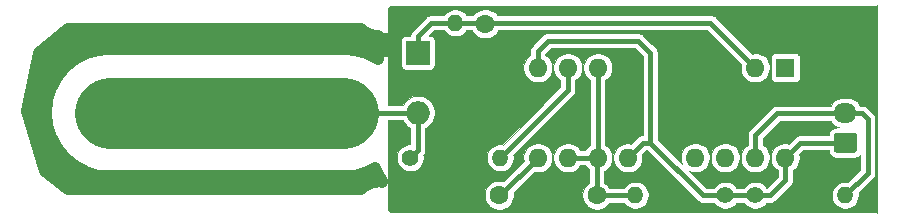
<source format=gbr>
%TF.GenerationSoftware,KiCad,Pcbnew,(5.1.5)-3*%
%TF.CreationDate,2021-04-08T11:55:14+01:00*%
%TF.ProjectId,KiCadSoil3,4b694361-6453-46f6-996c-332e6b696361,1.0*%
%TF.SameCoordinates,PX1d11680PY3072580*%
%TF.FileFunction,Copper,L2,Bot*%
%TF.FilePolarity,Positive*%
%FSLAX46Y46*%
G04 Gerber Fmt 4.6, Leading zero omitted, Abs format (unit mm)*
G04 Created by KiCad (PCBNEW (5.1.5)-3) date 2021-04-08 11:55:14*
%MOMM*%
%LPD*%
G04 APERTURE LIST*
%ADD10O,1.400000X1.400000*%
%ADD11C,1.400000*%
%ADD12O,2.000000X2.000000*%
%ADD13R,2.000000X2.000000*%
%ADD14C,1.600000*%
%ADD15O,1.600000X1.600000*%
%ADD16R,1.600000X1.600000*%
%ADD17O,1.950000X1.700000*%
%ADD18C,0.100000*%
%ADD19C,2.000000*%
%ADD20C,0.400000*%
%ADD21C,0.420000*%
%ADD22C,6.000000*%
%ADD23C,0.030000*%
%ADD24C,1.000000*%
G04 APERTURE END LIST*
D10*
X71755000Y1905000D03*
D11*
X64135000Y1905000D03*
D12*
X35560000Y8890000D03*
D13*
X35560000Y13970000D03*
D14*
X50720000Y1905000D03*
X45720000Y1905000D03*
D15*
X66675000Y5080000D03*
X59055000Y12700000D03*
X64135000Y5080000D03*
X61595000Y12700000D03*
X61595000Y5080000D03*
X64135000Y12700000D03*
X59055000Y5080000D03*
D16*
X66675000Y12700000D03*
D15*
X53340000Y5080000D03*
X45720000Y12700000D03*
X50800000Y5080000D03*
X48260000Y12700000D03*
X48260000Y5080000D03*
X50800000Y12700000D03*
X45720000Y5080000D03*
D16*
X53340000Y12700000D03*
D11*
X34925000Y5080000D03*
D10*
X42545000Y5080000D03*
D14*
X42465000Y1905000D03*
X37465000Y1905000D03*
D10*
X53975000Y1905000D03*
D11*
X61595000Y1905000D03*
D10*
X38735000Y16510000D03*
D11*
X38735000Y8890000D03*
D14*
X41275000Y16430000D03*
X41275000Y11430000D03*
D17*
X71755000Y11350000D03*
X71755000Y8850000D03*
%TA.AperFunction,ComponentPad*%
D18*
G36*
X72504504Y7198796D02*
G01*
X72528773Y7195196D01*
X72552571Y7189235D01*
X72575671Y7180970D01*
X72597849Y7170480D01*
X72618893Y7157867D01*
X72638598Y7143253D01*
X72656777Y7126777D01*
X72673253Y7108598D01*
X72687867Y7088893D01*
X72700480Y7067849D01*
X72710970Y7045671D01*
X72719235Y7022571D01*
X72725196Y6998773D01*
X72728796Y6974504D01*
X72730000Y6950000D01*
X72730000Y5750000D01*
X72728796Y5725496D01*
X72725196Y5701227D01*
X72719235Y5677429D01*
X72710970Y5654329D01*
X72700480Y5632151D01*
X72687867Y5611107D01*
X72673253Y5591402D01*
X72656777Y5573223D01*
X72638598Y5556747D01*
X72618893Y5542133D01*
X72597849Y5529520D01*
X72575671Y5519030D01*
X72552571Y5510765D01*
X72528773Y5504804D01*
X72504504Y5501204D01*
X72480000Y5500000D01*
X71030000Y5500000D01*
X71005496Y5501204D01*
X70981227Y5504804D01*
X70957429Y5510765D01*
X70934329Y5519030D01*
X70912151Y5529520D01*
X70891107Y5542133D01*
X70871402Y5556747D01*
X70853223Y5573223D01*
X70836747Y5591402D01*
X70822133Y5611107D01*
X70809520Y5632151D01*
X70799030Y5654329D01*
X70790765Y5677429D01*
X70784804Y5701227D01*
X70781204Y5725496D01*
X70780000Y5750000D01*
X70780000Y6950000D01*
X70781204Y6974504D01*
X70784804Y6998773D01*
X70790765Y7022571D01*
X70799030Y7045671D01*
X70809520Y7067849D01*
X70822133Y7088893D01*
X70836747Y7108598D01*
X70853223Y7126777D01*
X70871402Y7143253D01*
X70891107Y7157867D01*
X70912151Y7170480D01*
X70934329Y7180970D01*
X70957429Y7189235D01*
X70981227Y7195196D01*
X71005496Y7198796D01*
X71030000Y7200000D01*
X72480000Y7200000D01*
X72504504Y7198796D01*
G37*
%TD.AperFunction*%
D19*
X33020000Y14605000D02*
X32385000Y14605000D01*
D20*
X65405000Y1905000D02*
X61595000Y1905000D01*
X61595000Y1905000D02*
X59690000Y1905000D01*
X66675000Y3175000D02*
X65405000Y1905000D01*
X66675000Y5080000D02*
X66675000Y3175000D01*
X67945000Y6350000D02*
X71755000Y6350000D01*
X67945000Y6350000D02*
X66675000Y5080000D01*
X59690000Y1905000D02*
X55245000Y6350000D01*
X55245000Y6350000D02*
X55245000Y13941019D01*
X55245000Y13941019D02*
X54194026Y14991993D01*
X55245000Y6350000D02*
X54610000Y6350000D01*
X54610000Y6350000D02*
X53340000Y5080000D01*
X54194026Y14991993D02*
X46574026Y14991993D01*
X46574026Y14991993D02*
X45720000Y14137967D01*
X45720000Y14137967D02*
X45720000Y12700000D01*
X71755000Y8850000D02*
X66000000Y8850000D01*
X64135000Y6985000D02*
X64135000Y5080000D01*
X66000000Y8850000D02*
X64135000Y6985000D01*
D21*
X73150000Y8850000D02*
X73660000Y8340000D01*
X71755000Y8850000D02*
X73150000Y8850000D01*
X73660000Y3810000D02*
X71755000Y1905000D01*
X73660000Y8340000D02*
X73660000Y3810000D01*
D20*
X48260000Y10795000D02*
X42545000Y5080000D01*
X48260000Y12700000D02*
X48260000Y10795000D01*
X64135000Y12700000D02*
X60325000Y16510000D01*
X60325000Y16510000D02*
X41275000Y16510000D01*
X37745051Y16510000D02*
X38735000Y16510000D01*
X35560000Y15370000D02*
X36700000Y16510000D01*
X35560000Y13970000D02*
X35560000Y15370000D01*
X41195000Y16510000D02*
X41275000Y16430000D01*
X38735000Y16510000D02*
X41195000Y16510000D01*
X36700000Y16510000D02*
X37745051Y16510000D01*
X42545000Y1905000D02*
X42465000Y1905000D01*
X45720000Y5080000D02*
X42545000Y1905000D01*
X45714990Y5074990D02*
X45714990Y5080000D01*
X53975000Y1905000D02*
X50720000Y1905000D01*
X50720000Y1905000D02*
X50720000Y5000000D01*
X50800000Y12700000D02*
X50800000Y11568630D01*
X48815000Y5000000D02*
X48895000Y5080000D01*
X50800000Y5080000D02*
X48260000Y5080000D01*
X50720000Y5000000D02*
X50800000Y5080000D01*
X50800000Y11568630D02*
X50800000Y5080000D01*
X35560000Y5715000D02*
X34925000Y5080000D01*
X35560000Y8890000D02*
X35560000Y5715000D01*
X35560000Y8890000D02*
X33020000Y8890000D01*
D22*
X9520000Y8890000D02*
X29210000Y8890000D01*
D21*
X33020000Y8890000D02*
X29210000Y8890000D01*
D23*
G36*
X74470000Y427612D02*
G01*
X74385176Y453343D01*
X74317590Y460000D01*
X33210538Y460000D01*
X33035000Y635538D01*
X33035000Y2026637D01*
X41230000Y2026637D01*
X41230000Y1783363D01*
X41277460Y1544764D01*
X41370557Y1320008D01*
X41505713Y1117733D01*
X41677733Y945713D01*
X41880008Y810557D01*
X42104764Y717460D01*
X42343363Y670000D01*
X42586637Y670000D01*
X42825236Y717460D01*
X43049992Y810557D01*
X43252267Y945713D01*
X43424287Y1117733D01*
X43559443Y1320008D01*
X43652540Y1544764D01*
X43700000Y1783363D01*
X43700000Y2026637D01*
X43677546Y2139522D01*
X45418751Y3880727D01*
X45598363Y3845000D01*
X45841637Y3845000D01*
X46080236Y3892460D01*
X46304992Y3985557D01*
X46507267Y4120713D01*
X46679287Y4292733D01*
X46814443Y4495008D01*
X46907540Y4719764D01*
X46955000Y4958363D01*
X46955000Y5201637D01*
X47025000Y5201637D01*
X47025000Y4958363D01*
X47072460Y4719764D01*
X47165557Y4495008D01*
X47300713Y4292733D01*
X47472733Y4120713D01*
X47675008Y3985557D01*
X47899764Y3892460D01*
X48138363Y3845000D01*
X48381637Y3845000D01*
X48620236Y3892460D01*
X48844992Y3985557D01*
X49047267Y4120713D01*
X49219287Y4292733D01*
X49321029Y4445000D01*
X49738971Y4445000D01*
X49840713Y4292733D01*
X50012733Y4120713D01*
X50085001Y4072425D01*
X50085000Y2966029D01*
X49932733Y2864287D01*
X49760713Y2692267D01*
X49625557Y2489992D01*
X49532460Y2265236D01*
X49485000Y2026637D01*
X49485000Y1783363D01*
X49532460Y1544764D01*
X49625557Y1320008D01*
X49760713Y1117733D01*
X49932733Y945713D01*
X50135008Y810557D01*
X50359764Y717460D01*
X50598363Y670000D01*
X50841637Y670000D01*
X51080236Y717460D01*
X51304992Y810557D01*
X51507267Y945713D01*
X51679287Y1117733D01*
X51781029Y1270000D01*
X53034241Y1270000D01*
X53093388Y1181480D01*
X53251480Y1023388D01*
X53437376Y899176D01*
X53643933Y813617D01*
X53863212Y770000D01*
X54086788Y770000D01*
X54306067Y813617D01*
X54512624Y899176D01*
X54698520Y1023388D01*
X54856612Y1181480D01*
X54980824Y1367376D01*
X55066383Y1573933D01*
X55110000Y1793212D01*
X55110000Y2016788D01*
X55066383Y2236067D01*
X54980824Y2442624D01*
X54856612Y2628520D01*
X54698520Y2786612D01*
X54512624Y2910824D01*
X54306067Y2996383D01*
X54086788Y3040000D01*
X53863212Y3040000D01*
X53643933Y2996383D01*
X53437376Y2910824D01*
X53251480Y2786612D01*
X53093388Y2628520D01*
X53034241Y2540000D01*
X51781029Y2540000D01*
X51679287Y2692267D01*
X51507267Y2864287D01*
X51355000Y2966029D01*
X51355000Y3973134D01*
X51384992Y3985557D01*
X51587267Y4120713D01*
X51759287Y4292733D01*
X51894443Y4495008D01*
X51987540Y4719764D01*
X52035000Y4958363D01*
X52035000Y5201637D01*
X51987540Y5440236D01*
X51894443Y5664992D01*
X51759287Y5867267D01*
X51587267Y6039287D01*
X51435000Y6141029D01*
X51435000Y11638971D01*
X51587267Y11740713D01*
X51759287Y11912733D01*
X51894443Y12115008D01*
X51987540Y12339764D01*
X52035000Y12578363D01*
X52035000Y12821637D01*
X51987540Y13060236D01*
X51894443Y13284992D01*
X51759287Y13487267D01*
X51587267Y13659287D01*
X51384992Y13794443D01*
X51160236Y13887540D01*
X50921637Y13935000D01*
X50678363Y13935000D01*
X50439764Y13887540D01*
X50215008Y13794443D01*
X50012733Y13659287D01*
X49840713Y13487267D01*
X49705557Y13284992D01*
X49612460Y13060236D01*
X49565000Y12821637D01*
X49565000Y12578363D01*
X49612460Y12339764D01*
X49705557Y12115008D01*
X49840713Y11912733D01*
X50012733Y11740713D01*
X50165001Y11638971D01*
X50165001Y11599831D01*
X50165000Y11599821D01*
X50165001Y6141029D01*
X50012733Y6039287D01*
X49840713Y5867267D01*
X49738971Y5715000D01*
X49321029Y5715000D01*
X49219287Y5867267D01*
X49047267Y6039287D01*
X48844992Y6174443D01*
X48620236Y6267540D01*
X48381637Y6315000D01*
X48138363Y6315000D01*
X47899764Y6267540D01*
X47675008Y6174443D01*
X47472733Y6039287D01*
X47300713Y5867267D01*
X47165557Y5664992D01*
X47072460Y5440236D01*
X47025000Y5201637D01*
X46955000Y5201637D01*
X46907540Y5440236D01*
X46814443Y5664992D01*
X46679287Y5867267D01*
X46507267Y6039287D01*
X46304992Y6174443D01*
X46080236Y6267540D01*
X45841637Y6315000D01*
X45598363Y6315000D01*
X45359764Y6267540D01*
X45135008Y6174443D01*
X44932733Y6039287D01*
X44760713Y5867267D01*
X44625557Y5664992D01*
X44532460Y5440236D01*
X44485000Y5201637D01*
X44485000Y4958363D01*
X44520727Y4778751D01*
X42831798Y3089822D01*
X42825236Y3092540D01*
X42586637Y3140000D01*
X42343363Y3140000D01*
X42104764Y3092540D01*
X41880008Y2999443D01*
X41677733Y2864287D01*
X41505713Y2692267D01*
X41370557Y2489992D01*
X41277460Y2265236D01*
X41230000Y2026637D01*
X33035000Y2026637D01*
X33035000Y8245000D01*
X33051679Y8245000D01*
X33146442Y8254333D01*
X33148641Y8255000D01*
X34269793Y8255000D01*
X34288320Y8210273D01*
X34445363Y7975241D01*
X34645241Y7775363D01*
X34880273Y7618320D01*
X34925000Y7599793D01*
X34925001Y6215000D01*
X34813212Y6215000D01*
X34593933Y6171383D01*
X34387376Y6085824D01*
X34201480Y5961612D01*
X34043388Y5803520D01*
X33919176Y5617624D01*
X33833617Y5411067D01*
X33790000Y5191788D01*
X33790000Y4968212D01*
X33833617Y4748933D01*
X33919176Y4542376D01*
X34043388Y4356480D01*
X34201480Y4198388D01*
X34387376Y4074176D01*
X34593933Y3988617D01*
X34813212Y3945000D01*
X35036788Y3945000D01*
X35256067Y3988617D01*
X35462624Y4074176D01*
X35648520Y4198388D01*
X35806612Y4356480D01*
X35930824Y4542376D01*
X36016383Y4748933D01*
X36060000Y4968212D01*
X36060000Y5191788D01*
X41410000Y5191788D01*
X41410000Y4968212D01*
X41453617Y4748933D01*
X41539176Y4542376D01*
X41663388Y4356480D01*
X41821480Y4198388D01*
X42007376Y4074176D01*
X42213933Y3988617D01*
X42433212Y3945000D01*
X42656788Y3945000D01*
X42876067Y3988617D01*
X43082624Y4074176D01*
X43268520Y4198388D01*
X43426612Y4356480D01*
X43550824Y4542376D01*
X43636383Y4748933D01*
X43680000Y4968212D01*
X43680000Y5191788D01*
X43659230Y5296206D01*
X48686961Y10323935D01*
X48711185Y10343815D01*
X48731065Y10368039D01*
X48731069Y10368043D01*
X48790538Y10440506D01*
X48849502Y10550820D01*
X48885812Y10670518D01*
X48895000Y10763808D01*
X48895000Y10763811D01*
X48898072Y10795000D01*
X48895000Y10826189D01*
X48895000Y11638971D01*
X49047267Y11740713D01*
X49219287Y11912733D01*
X49354443Y12115008D01*
X49447540Y12339764D01*
X49495000Y12578363D01*
X49495000Y12821637D01*
X49447540Y13060236D01*
X49354443Y13284992D01*
X49219287Y13487267D01*
X49047267Y13659287D01*
X48844992Y13794443D01*
X48620236Y13887540D01*
X48381637Y13935000D01*
X48138363Y13935000D01*
X47899764Y13887540D01*
X47675008Y13794443D01*
X47472733Y13659287D01*
X47300713Y13487267D01*
X47165557Y13284992D01*
X47072460Y13060236D01*
X47025000Y12821637D01*
X47025000Y12578363D01*
X47072460Y12339764D01*
X47165557Y12115008D01*
X47300713Y11912733D01*
X47472733Y11740713D01*
X47625001Y11638971D01*
X47625001Y11058027D01*
X42761206Y6194230D01*
X42656788Y6215000D01*
X42433212Y6215000D01*
X42213933Y6171383D01*
X42007376Y6085824D01*
X41821480Y5961612D01*
X41663388Y5803520D01*
X41539176Y5617624D01*
X41453617Y5411067D01*
X41410000Y5191788D01*
X36060000Y5191788D01*
X36038945Y5297640D01*
X36090538Y5360506D01*
X36149502Y5470820D01*
X36154427Y5487057D01*
X36185812Y5590518D01*
X36195000Y5683808D01*
X36195000Y5683811D01*
X36198072Y5715000D01*
X36195000Y5746189D01*
X36195000Y7599793D01*
X36239727Y7618320D01*
X36474759Y7775363D01*
X36674637Y7975241D01*
X36831680Y8210273D01*
X36939853Y8471426D01*
X36995000Y8748665D01*
X36995000Y9031335D01*
X36939853Y9308574D01*
X36831680Y9569727D01*
X36674637Y9804759D01*
X36474759Y10004637D01*
X36239727Y10161680D01*
X35978574Y10269853D01*
X35701335Y10325000D01*
X35418665Y10325000D01*
X35141426Y10269853D01*
X34880273Y10161680D01*
X34645241Y10004637D01*
X34445363Y9804759D01*
X34288320Y9569727D01*
X34269793Y9525000D01*
X33148641Y9525000D01*
X33146442Y9525667D01*
X33051679Y9535000D01*
X33035000Y9535000D01*
X33035000Y14970000D01*
X34122896Y14970000D01*
X34122896Y12970000D01*
X34131295Y12884725D01*
X34156169Y12802728D01*
X34196561Y12727158D01*
X34250921Y12660921D01*
X34317158Y12606561D01*
X34392728Y12566169D01*
X34474725Y12541295D01*
X34560000Y12532896D01*
X36560000Y12532896D01*
X36645275Y12541295D01*
X36727272Y12566169D01*
X36802842Y12606561D01*
X36869079Y12660921D01*
X36923439Y12727158D01*
X36963831Y12802728D01*
X36969567Y12821637D01*
X44485000Y12821637D01*
X44485000Y12578363D01*
X44532460Y12339764D01*
X44625557Y12115008D01*
X44760713Y11912733D01*
X44932733Y11740713D01*
X45135008Y11605557D01*
X45359764Y11512460D01*
X45598363Y11465000D01*
X45841637Y11465000D01*
X46080236Y11512460D01*
X46304992Y11605557D01*
X46507267Y11740713D01*
X46679287Y11912733D01*
X46814443Y12115008D01*
X46907540Y12339764D01*
X46955000Y12578363D01*
X46955000Y12821637D01*
X46907540Y13060236D01*
X46814443Y13284992D01*
X46679287Y13487267D01*
X46507267Y13659287D01*
X46355000Y13761029D01*
X46355000Y13874943D01*
X46837051Y14356993D01*
X53931002Y14356993D01*
X54610001Y13677992D01*
X54610000Y6988071D01*
X54609999Y6988071D01*
X54578818Y6985000D01*
X54578808Y6985000D01*
X54485518Y6975812D01*
X54365820Y6939502D01*
X54255505Y6880537D01*
X54204373Y6838574D01*
X54158815Y6801185D01*
X54138930Y6776955D01*
X53641249Y6279273D01*
X53461637Y6315000D01*
X53218363Y6315000D01*
X52979764Y6267540D01*
X52755008Y6174443D01*
X52552733Y6039287D01*
X52380713Y5867267D01*
X52245557Y5664992D01*
X52152460Y5440236D01*
X52105000Y5201637D01*
X52105000Y4958363D01*
X52152460Y4719764D01*
X52245557Y4495008D01*
X52380713Y4292733D01*
X52552733Y4120713D01*
X52755008Y3985557D01*
X52979764Y3892460D01*
X53218363Y3845000D01*
X53461637Y3845000D01*
X53700236Y3892460D01*
X53924992Y3985557D01*
X54127267Y4120713D01*
X54299287Y4292733D01*
X54434443Y4495008D01*
X54527540Y4719764D01*
X54575000Y4958363D01*
X54575000Y5201637D01*
X54539273Y5381249D01*
X54873025Y5715000D01*
X54981976Y5715000D01*
X59218930Y1478045D01*
X59238815Y1453815D01*
X59263043Y1433932D01*
X59335505Y1374463D01*
X59373931Y1353924D01*
X59445820Y1315498D01*
X59565518Y1279188D01*
X59658808Y1270000D01*
X59658818Y1270000D01*
X59689999Y1266929D01*
X59721180Y1270000D01*
X60654241Y1270000D01*
X60713388Y1181480D01*
X60871480Y1023388D01*
X61057376Y899176D01*
X61263933Y813617D01*
X61483212Y770000D01*
X61706788Y770000D01*
X61926067Y813617D01*
X62132624Y899176D01*
X62318520Y1023388D01*
X62476612Y1181480D01*
X62535759Y1270000D01*
X63194241Y1270000D01*
X63253388Y1181480D01*
X63411480Y1023388D01*
X63597376Y899176D01*
X63803933Y813617D01*
X64023212Y770000D01*
X64246788Y770000D01*
X64466067Y813617D01*
X64672624Y899176D01*
X64858520Y1023388D01*
X65016612Y1181480D01*
X65075759Y1270000D01*
X65373819Y1270000D01*
X65405000Y1266929D01*
X65436181Y1270000D01*
X65436192Y1270000D01*
X65529482Y1279188D01*
X65649180Y1315498D01*
X65759494Y1374463D01*
X65856185Y1453815D01*
X65876074Y1478050D01*
X67101955Y2703930D01*
X67126185Y2723815D01*
X67177721Y2786612D01*
X67205537Y2820505D01*
X67264502Y2930820D01*
X67284390Y2996383D01*
X67300812Y3050518D01*
X67310000Y3143808D01*
X67310000Y3143818D01*
X67313071Y3174999D01*
X67310000Y3206180D01*
X67310000Y4018971D01*
X67462267Y4120713D01*
X67634287Y4292733D01*
X67769443Y4495008D01*
X67862540Y4719764D01*
X67910000Y4958363D01*
X67910000Y5201637D01*
X67874273Y5381249D01*
X68208025Y5715000D01*
X70346343Y5715000D01*
X70356099Y5615953D01*
X70395199Y5487057D01*
X70458694Y5368265D01*
X70544144Y5264144D01*
X70648265Y5178694D01*
X70767057Y5115199D01*
X70895953Y5076099D01*
X71030000Y5062896D01*
X72480000Y5062896D01*
X72614047Y5076099D01*
X72742943Y5115199D01*
X72861735Y5178694D01*
X72965856Y5264144D01*
X73015001Y5324027D01*
X73015001Y4077169D01*
X71959409Y3021577D01*
X71866788Y3040000D01*
X71643212Y3040000D01*
X71423933Y2996383D01*
X71217376Y2910824D01*
X71031480Y2786612D01*
X70873388Y2628520D01*
X70749176Y2442624D01*
X70663617Y2236067D01*
X70620000Y2016788D01*
X70620000Y1793212D01*
X70663617Y1573933D01*
X70749176Y1367376D01*
X70873388Y1181480D01*
X71031480Y1023388D01*
X71217376Y899176D01*
X71423933Y813617D01*
X71643212Y770000D01*
X71866788Y770000D01*
X72086067Y813617D01*
X72292624Y899176D01*
X72478520Y1023388D01*
X72636612Y1181480D01*
X72760824Y1367376D01*
X72846383Y1573933D01*
X72890000Y1793212D01*
X72890000Y2016788D01*
X72871577Y2109409D01*
X74093686Y3331518D01*
X74118290Y3351710D01*
X74138484Y3376316D01*
X74198892Y3449923D01*
X74258785Y3561975D01*
X74295667Y3683558D01*
X74305000Y3778321D01*
X74305000Y3778324D01*
X74308120Y3810000D01*
X74305000Y3841676D01*
X74305000Y8308331D01*
X74308119Y8340000D01*
X74305000Y8371669D01*
X74305000Y8371679D01*
X74295667Y8466442D01*
X74258785Y8588025D01*
X74198893Y8700075D01*
X74198892Y8700077D01*
X74138484Y8773684D01*
X74138482Y8773686D01*
X74118290Y8798290D01*
X74093687Y8818481D01*
X73628486Y9283681D01*
X73608290Y9308290D01*
X73510076Y9388892D01*
X73398025Y9448785D01*
X73276442Y9485667D01*
X73181679Y9495000D01*
X73181669Y9495000D01*
X73150000Y9498119D01*
X73118331Y9495000D01*
X72992286Y9495000D01*
X72953608Y9567362D01*
X72793028Y9763028D01*
X72597362Y9923608D01*
X72374127Y10042929D01*
X72131904Y10116407D01*
X71943123Y10135000D01*
X71566877Y10135000D01*
X71378096Y10116407D01*
X71135873Y10042929D01*
X70912638Y9923608D01*
X70716972Y9763028D01*
X70556392Y9567362D01*
X70512369Y9485000D01*
X66031180Y9485000D01*
X65999999Y9488071D01*
X65968818Y9485000D01*
X65968808Y9485000D01*
X65875518Y9475812D01*
X65755820Y9439502D01*
X65720340Y9420537D01*
X65645505Y9380537D01*
X65606213Y9348290D01*
X65548815Y9301185D01*
X65528930Y9276955D01*
X63708050Y7456074D01*
X63683815Y7436185D01*
X63604463Y7339493D01*
X63545498Y7229179D01*
X63509188Y7109481D01*
X63500000Y7016191D01*
X63500000Y7016181D01*
X63496929Y6985000D01*
X63500000Y6953819D01*
X63500000Y6141029D01*
X63347733Y6039287D01*
X63175713Y5867267D01*
X63040557Y5664992D01*
X62947460Y5440236D01*
X62900000Y5201637D01*
X62900000Y4958363D01*
X62947460Y4719764D01*
X63040557Y4495008D01*
X63175713Y4292733D01*
X63347733Y4120713D01*
X63550008Y3985557D01*
X63774764Y3892460D01*
X64013363Y3845000D01*
X64256637Y3845000D01*
X64495236Y3892460D01*
X64719992Y3985557D01*
X64922267Y4120713D01*
X65094287Y4292733D01*
X65229443Y4495008D01*
X65322540Y4719764D01*
X65370000Y4958363D01*
X65370000Y5201637D01*
X65322540Y5440236D01*
X65229443Y5664992D01*
X65094287Y5867267D01*
X64922267Y6039287D01*
X64770000Y6141029D01*
X64770000Y6721976D01*
X66263025Y8215000D01*
X70512369Y8215000D01*
X70556392Y8132638D01*
X70716972Y7936972D01*
X70912638Y7776392D01*
X71135873Y7657071D01*
X71201695Y7637104D01*
X71030000Y7637104D01*
X70895953Y7623901D01*
X70767057Y7584801D01*
X70648265Y7521306D01*
X70544144Y7435856D01*
X70458694Y7331735D01*
X70395199Y7212943D01*
X70356099Y7084047D01*
X70346343Y6985000D01*
X67976180Y6985000D01*
X67944999Y6988071D01*
X67913818Y6985000D01*
X67913808Y6985000D01*
X67820518Y6975812D01*
X67700820Y6939502D01*
X67590505Y6880537D01*
X67539373Y6838574D01*
X67493815Y6801185D01*
X67473930Y6776955D01*
X66976249Y6279273D01*
X66796637Y6315000D01*
X66553363Y6315000D01*
X66314764Y6267540D01*
X66090008Y6174443D01*
X65887733Y6039287D01*
X65715713Y5867267D01*
X65580557Y5664992D01*
X65487460Y5440236D01*
X65440000Y5201637D01*
X65440000Y4958363D01*
X65487460Y4719764D01*
X65580557Y4495008D01*
X65715713Y4292733D01*
X65887733Y4120713D01*
X66040001Y4018971D01*
X66040001Y3438026D01*
X65141976Y2540000D01*
X65075759Y2540000D01*
X65016612Y2628520D01*
X64858520Y2786612D01*
X64672624Y2910824D01*
X64466067Y2996383D01*
X64246788Y3040000D01*
X64023212Y3040000D01*
X63803933Y2996383D01*
X63597376Y2910824D01*
X63411480Y2786612D01*
X63253388Y2628520D01*
X63194241Y2540000D01*
X62535759Y2540000D01*
X62476612Y2628520D01*
X62318520Y2786612D01*
X62132624Y2910824D01*
X61926067Y2996383D01*
X61706788Y3040000D01*
X61483212Y3040000D01*
X61263933Y2996383D01*
X61057376Y2910824D01*
X60871480Y2786612D01*
X60713388Y2628520D01*
X60654241Y2540000D01*
X59953025Y2540000D01*
X58533956Y3959069D01*
X58694764Y3892460D01*
X58933363Y3845000D01*
X59176637Y3845000D01*
X59415236Y3892460D01*
X59639992Y3985557D01*
X59842267Y4120713D01*
X60014287Y4292733D01*
X60149443Y4495008D01*
X60242540Y4719764D01*
X60290000Y4958363D01*
X60290000Y5201637D01*
X60360000Y5201637D01*
X60360000Y4958363D01*
X60407460Y4719764D01*
X60500557Y4495008D01*
X60635713Y4292733D01*
X60807733Y4120713D01*
X61010008Y3985557D01*
X61234764Y3892460D01*
X61473363Y3845000D01*
X61716637Y3845000D01*
X61955236Y3892460D01*
X62179992Y3985557D01*
X62382267Y4120713D01*
X62554287Y4292733D01*
X62689443Y4495008D01*
X62782540Y4719764D01*
X62830000Y4958363D01*
X62830000Y5201637D01*
X62782540Y5440236D01*
X62689443Y5664992D01*
X62554287Y5867267D01*
X62382267Y6039287D01*
X62179992Y6174443D01*
X61955236Y6267540D01*
X61716637Y6315000D01*
X61473363Y6315000D01*
X61234764Y6267540D01*
X61010008Y6174443D01*
X60807733Y6039287D01*
X60635713Y5867267D01*
X60500557Y5664992D01*
X60407460Y5440236D01*
X60360000Y5201637D01*
X60290000Y5201637D01*
X60242540Y5440236D01*
X60149443Y5664992D01*
X60014287Y5867267D01*
X59842267Y6039287D01*
X59639992Y6174443D01*
X59415236Y6267540D01*
X59176637Y6315000D01*
X58933363Y6315000D01*
X58694764Y6267540D01*
X58470008Y6174443D01*
X58267733Y6039287D01*
X58095713Y5867267D01*
X57960557Y5664992D01*
X57867460Y5440236D01*
X57820000Y5201637D01*
X57820000Y4958363D01*
X57867460Y4719764D01*
X57934069Y4558955D01*
X55880000Y6613024D01*
X55880000Y13909830D01*
X55883072Y13941019D01*
X55880000Y13972211D01*
X55870812Y14065501D01*
X55834502Y14185199D01*
X55775538Y14295513D01*
X55716069Y14367976D01*
X55716065Y14367980D01*
X55696185Y14392204D01*
X55671960Y14412085D01*
X54665100Y15418943D01*
X54645211Y15443178D01*
X54548520Y15522530D01*
X54438206Y15581495D01*
X54318508Y15617805D01*
X54225218Y15626993D01*
X54225207Y15626993D01*
X54194026Y15630064D01*
X54162845Y15626993D01*
X46605206Y15626993D01*
X46574025Y15630064D01*
X46542844Y15626993D01*
X46542834Y15626993D01*
X46449544Y15617805D01*
X46329846Y15581495D01*
X46219532Y15522530D01*
X46122841Y15443178D01*
X46102956Y15418948D01*
X45293050Y14609041D01*
X45268815Y14589152D01*
X45189463Y14492460D01*
X45130498Y14382146D01*
X45094188Y14262448D01*
X45085000Y14169158D01*
X45085000Y14169148D01*
X45081929Y14137967D01*
X45085000Y14106785D01*
X45085000Y13761029D01*
X44932733Y13659287D01*
X44760713Y13487267D01*
X44625557Y13284992D01*
X44532460Y13060236D01*
X44485000Y12821637D01*
X36969567Y12821637D01*
X36988705Y12884725D01*
X36997104Y12970000D01*
X36997104Y14970000D01*
X36988705Y15055275D01*
X36963831Y15137272D01*
X36923439Y15212842D01*
X36869079Y15279079D01*
X36802842Y15333439D01*
X36727272Y15373831D01*
X36645275Y15398705D01*
X36560000Y15407104D01*
X36495129Y15407104D01*
X36963026Y15875000D01*
X37794241Y15875000D01*
X37853388Y15786480D01*
X38011480Y15628388D01*
X38197376Y15504176D01*
X38403933Y15418617D01*
X38623212Y15375000D01*
X38846788Y15375000D01*
X39066067Y15418617D01*
X39272624Y15504176D01*
X39458520Y15628388D01*
X39616612Y15786480D01*
X39675759Y15875000D01*
X40168134Y15875000D01*
X40180557Y15845008D01*
X40315713Y15642733D01*
X40487733Y15470713D01*
X40690008Y15335557D01*
X40914764Y15242460D01*
X41153363Y15195000D01*
X41396637Y15195000D01*
X41635236Y15242460D01*
X41859992Y15335557D01*
X42062267Y15470713D01*
X42234287Y15642733D01*
X42369443Y15845008D01*
X42381866Y15875000D01*
X60061976Y15875000D01*
X62935727Y13001248D01*
X62900000Y12821637D01*
X62900000Y12578363D01*
X62947460Y12339764D01*
X63040557Y12115008D01*
X63175713Y11912733D01*
X63347733Y11740713D01*
X63550008Y11605557D01*
X63774764Y11512460D01*
X64013363Y11465000D01*
X64256637Y11465000D01*
X64495236Y11512460D01*
X64719992Y11605557D01*
X64922267Y11740713D01*
X65094287Y11912733D01*
X65229443Y12115008D01*
X65322540Y12339764D01*
X65370000Y12578363D01*
X65370000Y12821637D01*
X65322540Y13060236D01*
X65229443Y13284992D01*
X65094287Y13487267D01*
X65081554Y13500000D01*
X65437896Y13500000D01*
X65437896Y11900000D01*
X65446295Y11814725D01*
X65471169Y11732728D01*
X65511561Y11657158D01*
X65565921Y11590921D01*
X65632158Y11536561D01*
X65707728Y11496169D01*
X65789725Y11471295D01*
X65875000Y11462896D01*
X67475000Y11462896D01*
X67560275Y11471295D01*
X67642272Y11496169D01*
X67717842Y11536561D01*
X67784079Y11590921D01*
X67838439Y11657158D01*
X67878831Y11732728D01*
X67903705Y11814725D01*
X67912104Y11900000D01*
X67912104Y13500000D01*
X67903705Y13585275D01*
X67878831Y13667272D01*
X67838439Y13742842D01*
X67784079Y13809079D01*
X67717842Y13863439D01*
X67642272Y13903831D01*
X67560275Y13928705D01*
X67475000Y13937104D01*
X65875000Y13937104D01*
X65789725Y13928705D01*
X65707728Y13903831D01*
X65632158Y13863439D01*
X65565921Y13809079D01*
X65511561Y13742842D01*
X65471169Y13667272D01*
X65446295Y13585275D01*
X65437896Y13500000D01*
X65081554Y13500000D01*
X64922267Y13659287D01*
X64719992Y13794443D01*
X64495236Y13887540D01*
X64256637Y13935000D01*
X64013363Y13935000D01*
X63833752Y13899273D01*
X60796074Y16936950D01*
X60776185Y16961185D01*
X60679494Y17040537D01*
X60569180Y17099502D01*
X60449482Y17135812D01*
X60356192Y17145000D01*
X60356181Y17145000D01*
X60325000Y17148071D01*
X60293819Y17145000D01*
X42282574Y17145000D01*
X42234287Y17217267D01*
X42062267Y17389287D01*
X41859992Y17524443D01*
X41635236Y17617540D01*
X41396637Y17665000D01*
X41153363Y17665000D01*
X40914764Y17617540D01*
X40690008Y17524443D01*
X40487733Y17389287D01*
X40315713Y17217267D01*
X40267426Y17145000D01*
X39675759Y17145000D01*
X39616612Y17233520D01*
X39458520Y17391612D01*
X39272624Y17515824D01*
X39066067Y17601383D01*
X38846788Y17645000D01*
X38623212Y17645000D01*
X38403933Y17601383D01*
X38197376Y17515824D01*
X38011480Y17391612D01*
X37853388Y17233520D01*
X37794241Y17145000D01*
X36731180Y17145000D01*
X36699999Y17148071D01*
X36668818Y17145000D01*
X36668808Y17145000D01*
X36575518Y17135812D01*
X36455820Y17099502D01*
X36383931Y17061076D01*
X36345505Y17040537D01*
X36273042Y16981068D01*
X36273039Y16981065D01*
X36248815Y16961185D01*
X36228934Y16936960D01*
X35133045Y15841070D01*
X35108816Y15821185D01*
X35060612Y15762448D01*
X35029463Y15724493D01*
X34970498Y15614179D01*
X34934189Y15494481D01*
X34925583Y15407104D01*
X34560000Y15407104D01*
X34474725Y15398705D01*
X34392728Y15373831D01*
X34317158Y15333439D01*
X34250921Y15279079D01*
X34196561Y15212842D01*
X34156169Y15137272D01*
X34131295Y15055275D01*
X34122896Y14970000D01*
X33035000Y14970000D01*
X33035000Y17779462D01*
X33210538Y17955000D01*
X74317590Y17955000D01*
X74385176Y17961657D01*
X74470001Y17987388D01*
X74470000Y427612D01*
G37*
X74470000Y427612D02*
X74385176Y453343D01*
X74317590Y460000D01*
X33210538Y460000D01*
X33035000Y635538D01*
X33035000Y2026637D01*
X41230000Y2026637D01*
X41230000Y1783363D01*
X41277460Y1544764D01*
X41370557Y1320008D01*
X41505713Y1117733D01*
X41677733Y945713D01*
X41880008Y810557D01*
X42104764Y717460D01*
X42343363Y670000D01*
X42586637Y670000D01*
X42825236Y717460D01*
X43049992Y810557D01*
X43252267Y945713D01*
X43424287Y1117733D01*
X43559443Y1320008D01*
X43652540Y1544764D01*
X43700000Y1783363D01*
X43700000Y2026637D01*
X43677546Y2139522D01*
X45418751Y3880727D01*
X45598363Y3845000D01*
X45841637Y3845000D01*
X46080236Y3892460D01*
X46304992Y3985557D01*
X46507267Y4120713D01*
X46679287Y4292733D01*
X46814443Y4495008D01*
X46907540Y4719764D01*
X46955000Y4958363D01*
X46955000Y5201637D01*
X47025000Y5201637D01*
X47025000Y4958363D01*
X47072460Y4719764D01*
X47165557Y4495008D01*
X47300713Y4292733D01*
X47472733Y4120713D01*
X47675008Y3985557D01*
X47899764Y3892460D01*
X48138363Y3845000D01*
X48381637Y3845000D01*
X48620236Y3892460D01*
X48844992Y3985557D01*
X49047267Y4120713D01*
X49219287Y4292733D01*
X49321029Y4445000D01*
X49738971Y4445000D01*
X49840713Y4292733D01*
X50012733Y4120713D01*
X50085001Y4072425D01*
X50085000Y2966029D01*
X49932733Y2864287D01*
X49760713Y2692267D01*
X49625557Y2489992D01*
X49532460Y2265236D01*
X49485000Y2026637D01*
X49485000Y1783363D01*
X49532460Y1544764D01*
X49625557Y1320008D01*
X49760713Y1117733D01*
X49932733Y945713D01*
X50135008Y810557D01*
X50359764Y717460D01*
X50598363Y670000D01*
X50841637Y670000D01*
X51080236Y717460D01*
X51304992Y810557D01*
X51507267Y945713D01*
X51679287Y1117733D01*
X51781029Y1270000D01*
X53034241Y1270000D01*
X53093388Y1181480D01*
X53251480Y1023388D01*
X53437376Y899176D01*
X53643933Y813617D01*
X53863212Y770000D01*
X54086788Y770000D01*
X54306067Y813617D01*
X54512624Y899176D01*
X54698520Y1023388D01*
X54856612Y1181480D01*
X54980824Y1367376D01*
X55066383Y1573933D01*
X55110000Y1793212D01*
X55110000Y2016788D01*
X55066383Y2236067D01*
X54980824Y2442624D01*
X54856612Y2628520D01*
X54698520Y2786612D01*
X54512624Y2910824D01*
X54306067Y2996383D01*
X54086788Y3040000D01*
X53863212Y3040000D01*
X53643933Y2996383D01*
X53437376Y2910824D01*
X53251480Y2786612D01*
X53093388Y2628520D01*
X53034241Y2540000D01*
X51781029Y2540000D01*
X51679287Y2692267D01*
X51507267Y2864287D01*
X51355000Y2966029D01*
X51355000Y3973134D01*
X51384992Y3985557D01*
X51587267Y4120713D01*
X51759287Y4292733D01*
X51894443Y4495008D01*
X51987540Y4719764D01*
X52035000Y4958363D01*
X52035000Y5201637D01*
X51987540Y5440236D01*
X51894443Y5664992D01*
X51759287Y5867267D01*
X51587267Y6039287D01*
X51435000Y6141029D01*
X51435000Y11638971D01*
X51587267Y11740713D01*
X51759287Y11912733D01*
X51894443Y12115008D01*
X51987540Y12339764D01*
X52035000Y12578363D01*
X52035000Y12821637D01*
X51987540Y13060236D01*
X51894443Y13284992D01*
X51759287Y13487267D01*
X51587267Y13659287D01*
X51384992Y13794443D01*
X51160236Y13887540D01*
X50921637Y13935000D01*
X50678363Y13935000D01*
X50439764Y13887540D01*
X50215008Y13794443D01*
X50012733Y13659287D01*
X49840713Y13487267D01*
X49705557Y13284992D01*
X49612460Y13060236D01*
X49565000Y12821637D01*
X49565000Y12578363D01*
X49612460Y12339764D01*
X49705557Y12115008D01*
X49840713Y11912733D01*
X50012733Y11740713D01*
X50165001Y11638971D01*
X50165001Y11599831D01*
X50165000Y11599821D01*
X50165001Y6141029D01*
X50012733Y6039287D01*
X49840713Y5867267D01*
X49738971Y5715000D01*
X49321029Y5715000D01*
X49219287Y5867267D01*
X49047267Y6039287D01*
X48844992Y6174443D01*
X48620236Y6267540D01*
X48381637Y6315000D01*
X48138363Y6315000D01*
X47899764Y6267540D01*
X47675008Y6174443D01*
X47472733Y6039287D01*
X47300713Y5867267D01*
X47165557Y5664992D01*
X47072460Y5440236D01*
X47025000Y5201637D01*
X46955000Y5201637D01*
X46907540Y5440236D01*
X46814443Y5664992D01*
X46679287Y5867267D01*
X46507267Y6039287D01*
X46304992Y6174443D01*
X46080236Y6267540D01*
X45841637Y6315000D01*
X45598363Y6315000D01*
X45359764Y6267540D01*
X45135008Y6174443D01*
X44932733Y6039287D01*
X44760713Y5867267D01*
X44625557Y5664992D01*
X44532460Y5440236D01*
X44485000Y5201637D01*
X44485000Y4958363D01*
X44520727Y4778751D01*
X42831798Y3089822D01*
X42825236Y3092540D01*
X42586637Y3140000D01*
X42343363Y3140000D01*
X42104764Y3092540D01*
X41880008Y2999443D01*
X41677733Y2864287D01*
X41505713Y2692267D01*
X41370557Y2489992D01*
X41277460Y2265236D01*
X41230000Y2026637D01*
X33035000Y2026637D01*
X33035000Y8245000D01*
X33051679Y8245000D01*
X33146442Y8254333D01*
X33148641Y8255000D01*
X34269793Y8255000D01*
X34288320Y8210273D01*
X34445363Y7975241D01*
X34645241Y7775363D01*
X34880273Y7618320D01*
X34925000Y7599793D01*
X34925001Y6215000D01*
X34813212Y6215000D01*
X34593933Y6171383D01*
X34387376Y6085824D01*
X34201480Y5961612D01*
X34043388Y5803520D01*
X33919176Y5617624D01*
X33833617Y5411067D01*
X33790000Y5191788D01*
X33790000Y4968212D01*
X33833617Y4748933D01*
X33919176Y4542376D01*
X34043388Y4356480D01*
X34201480Y4198388D01*
X34387376Y4074176D01*
X34593933Y3988617D01*
X34813212Y3945000D01*
X35036788Y3945000D01*
X35256067Y3988617D01*
X35462624Y4074176D01*
X35648520Y4198388D01*
X35806612Y4356480D01*
X35930824Y4542376D01*
X36016383Y4748933D01*
X36060000Y4968212D01*
X36060000Y5191788D01*
X41410000Y5191788D01*
X41410000Y4968212D01*
X41453617Y4748933D01*
X41539176Y4542376D01*
X41663388Y4356480D01*
X41821480Y4198388D01*
X42007376Y4074176D01*
X42213933Y3988617D01*
X42433212Y3945000D01*
X42656788Y3945000D01*
X42876067Y3988617D01*
X43082624Y4074176D01*
X43268520Y4198388D01*
X43426612Y4356480D01*
X43550824Y4542376D01*
X43636383Y4748933D01*
X43680000Y4968212D01*
X43680000Y5191788D01*
X43659230Y5296206D01*
X48686961Y10323935D01*
X48711185Y10343815D01*
X48731065Y10368039D01*
X48731069Y10368043D01*
X48790538Y10440506D01*
X48849502Y10550820D01*
X48885812Y10670518D01*
X48895000Y10763808D01*
X48895000Y10763811D01*
X48898072Y10795000D01*
X48895000Y10826189D01*
X48895000Y11638971D01*
X49047267Y11740713D01*
X49219287Y11912733D01*
X49354443Y12115008D01*
X49447540Y12339764D01*
X49495000Y12578363D01*
X49495000Y12821637D01*
X49447540Y13060236D01*
X49354443Y13284992D01*
X49219287Y13487267D01*
X49047267Y13659287D01*
X48844992Y13794443D01*
X48620236Y13887540D01*
X48381637Y13935000D01*
X48138363Y13935000D01*
X47899764Y13887540D01*
X47675008Y13794443D01*
X47472733Y13659287D01*
X47300713Y13487267D01*
X47165557Y13284992D01*
X47072460Y13060236D01*
X47025000Y12821637D01*
X47025000Y12578363D01*
X47072460Y12339764D01*
X47165557Y12115008D01*
X47300713Y11912733D01*
X47472733Y11740713D01*
X47625001Y11638971D01*
X47625001Y11058027D01*
X42761206Y6194230D01*
X42656788Y6215000D01*
X42433212Y6215000D01*
X42213933Y6171383D01*
X42007376Y6085824D01*
X41821480Y5961612D01*
X41663388Y5803520D01*
X41539176Y5617624D01*
X41453617Y5411067D01*
X41410000Y5191788D01*
X36060000Y5191788D01*
X36038945Y5297640D01*
X36090538Y5360506D01*
X36149502Y5470820D01*
X36154427Y5487057D01*
X36185812Y5590518D01*
X36195000Y5683808D01*
X36195000Y5683811D01*
X36198072Y5715000D01*
X36195000Y5746189D01*
X36195000Y7599793D01*
X36239727Y7618320D01*
X36474759Y7775363D01*
X36674637Y7975241D01*
X36831680Y8210273D01*
X36939853Y8471426D01*
X36995000Y8748665D01*
X36995000Y9031335D01*
X36939853Y9308574D01*
X36831680Y9569727D01*
X36674637Y9804759D01*
X36474759Y10004637D01*
X36239727Y10161680D01*
X35978574Y10269853D01*
X35701335Y10325000D01*
X35418665Y10325000D01*
X35141426Y10269853D01*
X34880273Y10161680D01*
X34645241Y10004637D01*
X34445363Y9804759D01*
X34288320Y9569727D01*
X34269793Y9525000D01*
X33148641Y9525000D01*
X33146442Y9525667D01*
X33051679Y9535000D01*
X33035000Y9535000D01*
X33035000Y14970000D01*
X34122896Y14970000D01*
X34122896Y12970000D01*
X34131295Y12884725D01*
X34156169Y12802728D01*
X34196561Y12727158D01*
X34250921Y12660921D01*
X34317158Y12606561D01*
X34392728Y12566169D01*
X34474725Y12541295D01*
X34560000Y12532896D01*
X36560000Y12532896D01*
X36645275Y12541295D01*
X36727272Y12566169D01*
X36802842Y12606561D01*
X36869079Y12660921D01*
X36923439Y12727158D01*
X36963831Y12802728D01*
X36969567Y12821637D01*
X44485000Y12821637D01*
X44485000Y12578363D01*
X44532460Y12339764D01*
X44625557Y12115008D01*
X44760713Y11912733D01*
X44932733Y11740713D01*
X45135008Y11605557D01*
X45359764Y11512460D01*
X45598363Y11465000D01*
X45841637Y11465000D01*
X46080236Y11512460D01*
X46304992Y11605557D01*
X46507267Y11740713D01*
X46679287Y11912733D01*
X46814443Y12115008D01*
X46907540Y12339764D01*
X46955000Y12578363D01*
X46955000Y12821637D01*
X46907540Y13060236D01*
X46814443Y13284992D01*
X46679287Y13487267D01*
X46507267Y13659287D01*
X46355000Y13761029D01*
X46355000Y13874943D01*
X46837051Y14356993D01*
X53931002Y14356993D01*
X54610001Y13677992D01*
X54610000Y6988071D01*
X54609999Y6988071D01*
X54578818Y6985000D01*
X54578808Y6985000D01*
X54485518Y6975812D01*
X54365820Y6939502D01*
X54255505Y6880537D01*
X54204373Y6838574D01*
X54158815Y6801185D01*
X54138930Y6776955D01*
X53641249Y6279273D01*
X53461637Y6315000D01*
X53218363Y6315000D01*
X52979764Y6267540D01*
X52755008Y6174443D01*
X52552733Y6039287D01*
X52380713Y5867267D01*
X52245557Y5664992D01*
X52152460Y5440236D01*
X52105000Y5201637D01*
X52105000Y4958363D01*
X52152460Y4719764D01*
X52245557Y4495008D01*
X52380713Y4292733D01*
X52552733Y4120713D01*
X52755008Y3985557D01*
X52979764Y3892460D01*
X53218363Y3845000D01*
X53461637Y3845000D01*
X53700236Y3892460D01*
X53924992Y3985557D01*
X54127267Y4120713D01*
X54299287Y4292733D01*
X54434443Y4495008D01*
X54527540Y4719764D01*
X54575000Y4958363D01*
X54575000Y5201637D01*
X54539273Y5381249D01*
X54873025Y5715000D01*
X54981976Y5715000D01*
X59218930Y1478045D01*
X59238815Y1453815D01*
X59263043Y1433932D01*
X59335505Y1374463D01*
X59373931Y1353924D01*
X59445820Y1315498D01*
X59565518Y1279188D01*
X59658808Y1270000D01*
X59658818Y1270000D01*
X59689999Y1266929D01*
X59721180Y1270000D01*
X60654241Y1270000D01*
X60713388Y1181480D01*
X60871480Y1023388D01*
X61057376Y899176D01*
X61263933Y813617D01*
X61483212Y770000D01*
X61706788Y770000D01*
X61926067Y813617D01*
X62132624Y899176D01*
X62318520Y1023388D01*
X62476612Y1181480D01*
X62535759Y1270000D01*
X63194241Y1270000D01*
X63253388Y1181480D01*
X63411480Y1023388D01*
X63597376Y899176D01*
X63803933Y813617D01*
X64023212Y770000D01*
X64246788Y770000D01*
X64466067Y813617D01*
X64672624Y899176D01*
X64858520Y1023388D01*
X65016612Y1181480D01*
X65075759Y1270000D01*
X65373819Y1270000D01*
X65405000Y1266929D01*
X65436181Y1270000D01*
X65436192Y1270000D01*
X65529482Y1279188D01*
X65649180Y1315498D01*
X65759494Y1374463D01*
X65856185Y1453815D01*
X65876074Y1478050D01*
X67101955Y2703930D01*
X67126185Y2723815D01*
X67177721Y2786612D01*
X67205537Y2820505D01*
X67264502Y2930820D01*
X67284390Y2996383D01*
X67300812Y3050518D01*
X67310000Y3143808D01*
X67310000Y3143818D01*
X67313071Y3174999D01*
X67310000Y3206180D01*
X67310000Y4018971D01*
X67462267Y4120713D01*
X67634287Y4292733D01*
X67769443Y4495008D01*
X67862540Y4719764D01*
X67910000Y4958363D01*
X67910000Y5201637D01*
X67874273Y5381249D01*
X68208025Y5715000D01*
X70346343Y5715000D01*
X70356099Y5615953D01*
X70395199Y5487057D01*
X70458694Y5368265D01*
X70544144Y5264144D01*
X70648265Y5178694D01*
X70767057Y5115199D01*
X70895953Y5076099D01*
X71030000Y5062896D01*
X72480000Y5062896D01*
X72614047Y5076099D01*
X72742943Y5115199D01*
X72861735Y5178694D01*
X72965856Y5264144D01*
X73015001Y5324027D01*
X73015001Y4077169D01*
X71959409Y3021577D01*
X71866788Y3040000D01*
X71643212Y3040000D01*
X71423933Y2996383D01*
X71217376Y2910824D01*
X71031480Y2786612D01*
X70873388Y2628520D01*
X70749176Y2442624D01*
X70663617Y2236067D01*
X70620000Y2016788D01*
X70620000Y1793212D01*
X70663617Y1573933D01*
X70749176Y1367376D01*
X70873388Y1181480D01*
X71031480Y1023388D01*
X71217376Y899176D01*
X71423933Y813617D01*
X71643212Y770000D01*
X71866788Y770000D01*
X72086067Y813617D01*
X72292624Y899176D01*
X72478520Y1023388D01*
X72636612Y1181480D01*
X72760824Y1367376D01*
X72846383Y1573933D01*
X72890000Y1793212D01*
X72890000Y2016788D01*
X72871577Y2109409D01*
X74093686Y3331518D01*
X74118290Y3351710D01*
X74138484Y3376316D01*
X74198892Y3449923D01*
X74258785Y3561975D01*
X74295667Y3683558D01*
X74305000Y3778321D01*
X74305000Y3778324D01*
X74308120Y3810000D01*
X74305000Y3841676D01*
X74305000Y8308331D01*
X74308119Y8340000D01*
X74305000Y8371669D01*
X74305000Y8371679D01*
X74295667Y8466442D01*
X74258785Y8588025D01*
X74198893Y8700075D01*
X74198892Y8700077D01*
X74138484Y8773684D01*
X74138482Y8773686D01*
X74118290Y8798290D01*
X74093687Y8818481D01*
X73628486Y9283681D01*
X73608290Y9308290D01*
X73510076Y9388892D01*
X73398025Y9448785D01*
X73276442Y9485667D01*
X73181679Y9495000D01*
X73181669Y9495000D01*
X73150000Y9498119D01*
X73118331Y9495000D01*
X72992286Y9495000D01*
X72953608Y9567362D01*
X72793028Y9763028D01*
X72597362Y9923608D01*
X72374127Y10042929D01*
X72131904Y10116407D01*
X71943123Y10135000D01*
X71566877Y10135000D01*
X71378096Y10116407D01*
X71135873Y10042929D01*
X70912638Y9923608D01*
X70716972Y9763028D01*
X70556392Y9567362D01*
X70512369Y9485000D01*
X66031180Y9485000D01*
X65999999Y9488071D01*
X65968818Y9485000D01*
X65968808Y9485000D01*
X65875518Y9475812D01*
X65755820Y9439502D01*
X65720340Y9420537D01*
X65645505Y9380537D01*
X65606213Y9348290D01*
X65548815Y9301185D01*
X65528930Y9276955D01*
X63708050Y7456074D01*
X63683815Y7436185D01*
X63604463Y7339493D01*
X63545498Y7229179D01*
X63509188Y7109481D01*
X63500000Y7016191D01*
X63500000Y7016181D01*
X63496929Y6985000D01*
X63500000Y6953819D01*
X63500000Y6141029D01*
X63347733Y6039287D01*
X63175713Y5867267D01*
X63040557Y5664992D01*
X62947460Y5440236D01*
X62900000Y5201637D01*
X62900000Y4958363D01*
X62947460Y4719764D01*
X63040557Y4495008D01*
X63175713Y4292733D01*
X63347733Y4120713D01*
X63550008Y3985557D01*
X63774764Y3892460D01*
X64013363Y3845000D01*
X64256637Y3845000D01*
X64495236Y3892460D01*
X64719992Y3985557D01*
X64922267Y4120713D01*
X65094287Y4292733D01*
X65229443Y4495008D01*
X65322540Y4719764D01*
X65370000Y4958363D01*
X65370000Y5201637D01*
X65322540Y5440236D01*
X65229443Y5664992D01*
X65094287Y5867267D01*
X64922267Y6039287D01*
X64770000Y6141029D01*
X64770000Y6721976D01*
X66263025Y8215000D01*
X70512369Y8215000D01*
X70556392Y8132638D01*
X70716972Y7936972D01*
X70912638Y7776392D01*
X71135873Y7657071D01*
X71201695Y7637104D01*
X71030000Y7637104D01*
X70895953Y7623901D01*
X70767057Y7584801D01*
X70648265Y7521306D01*
X70544144Y7435856D01*
X70458694Y7331735D01*
X70395199Y7212943D01*
X70356099Y7084047D01*
X70346343Y6985000D01*
X67976180Y6985000D01*
X67944999Y6988071D01*
X67913818Y6985000D01*
X67913808Y6985000D01*
X67820518Y6975812D01*
X67700820Y6939502D01*
X67590505Y6880537D01*
X67539373Y6838574D01*
X67493815Y6801185D01*
X67473930Y6776955D01*
X66976249Y6279273D01*
X66796637Y6315000D01*
X66553363Y6315000D01*
X66314764Y6267540D01*
X66090008Y6174443D01*
X65887733Y6039287D01*
X65715713Y5867267D01*
X65580557Y5664992D01*
X65487460Y5440236D01*
X65440000Y5201637D01*
X65440000Y4958363D01*
X65487460Y4719764D01*
X65580557Y4495008D01*
X65715713Y4292733D01*
X65887733Y4120713D01*
X66040001Y4018971D01*
X66040001Y3438026D01*
X65141976Y2540000D01*
X65075759Y2540000D01*
X65016612Y2628520D01*
X64858520Y2786612D01*
X64672624Y2910824D01*
X64466067Y2996383D01*
X64246788Y3040000D01*
X64023212Y3040000D01*
X63803933Y2996383D01*
X63597376Y2910824D01*
X63411480Y2786612D01*
X63253388Y2628520D01*
X63194241Y2540000D01*
X62535759Y2540000D01*
X62476612Y2628520D01*
X62318520Y2786612D01*
X62132624Y2910824D01*
X61926067Y2996383D01*
X61706788Y3040000D01*
X61483212Y3040000D01*
X61263933Y2996383D01*
X61057376Y2910824D01*
X60871480Y2786612D01*
X60713388Y2628520D01*
X60654241Y2540000D01*
X59953025Y2540000D01*
X58533956Y3959069D01*
X58694764Y3892460D01*
X58933363Y3845000D01*
X59176637Y3845000D01*
X59415236Y3892460D01*
X59639992Y3985557D01*
X59842267Y4120713D01*
X60014287Y4292733D01*
X60149443Y4495008D01*
X60242540Y4719764D01*
X60290000Y4958363D01*
X60290000Y5201637D01*
X60360000Y5201637D01*
X60360000Y4958363D01*
X60407460Y4719764D01*
X60500557Y4495008D01*
X60635713Y4292733D01*
X60807733Y4120713D01*
X61010008Y3985557D01*
X61234764Y3892460D01*
X61473363Y3845000D01*
X61716637Y3845000D01*
X61955236Y3892460D01*
X62179992Y3985557D01*
X62382267Y4120713D01*
X62554287Y4292733D01*
X62689443Y4495008D01*
X62782540Y4719764D01*
X62830000Y4958363D01*
X62830000Y5201637D01*
X62782540Y5440236D01*
X62689443Y5664992D01*
X62554287Y5867267D01*
X62382267Y6039287D01*
X62179992Y6174443D01*
X61955236Y6267540D01*
X61716637Y6315000D01*
X61473363Y6315000D01*
X61234764Y6267540D01*
X61010008Y6174443D01*
X60807733Y6039287D01*
X60635713Y5867267D01*
X60500557Y5664992D01*
X60407460Y5440236D01*
X60360000Y5201637D01*
X60290000Y5201637D01*
X60242540Y5440236D01*
X60149443Y5664992D01*
X60014287Y5867267D01*
X59842267Y6039287D01*
X59639992Y6174443D01*
X59415236Y6267540D01*
X59176637Y6315000D01*
X58933363Y6315000D01*
X58694764Y6267540D01*
X58470008Y6174443D01*
X58267733Y6039287D01*
X58095713Y5867267D01*
X57960557Y5664992D01*
X57867460Y5440236D01*
X57820000Y5201637D01*
X57820000Y4958363D01*
X57867460Y4719764D01*
X57934069Y4558955D01*
X55880000Y6613024D01*
X55880000Y13909830D01*
X55883072Y13941019D01*
X55880000Y13972211D01*
X55870812Y14065501D01*
X55834502Y14185199D01*
X55775538Y14295513D01*
X55716069Y14367976D01*
X55716065Y14367980D01*
X55696185Y14392204D01*
X55671960Y14412085D01*
X54665100Y15418943D01*
X54645211Y15443178D01*
X54548520Y15522530D01*
X54438206Y15581495D01*
X54318508Y15617805D01*
X54225218Y15626993D01*
X54225207Y15626993D01*
X54194026Y15630064D01*
X54162845Y15626993D01*
X46605206Y15626993D01*
X46574025Y15630064D01*
X46542844Y15626993D01*
X46542834Y15626993D01*
X46449544Y15617805D01*
X46329846Y15581495D01*
X46219532Y15522530D01*
X46122841Y15443178D01*
X46102956Y15418948D01*
X45293050Y14609041D01*
X45268815Y14589152D01*
X45189463Y14492460D01*
X45130498Y14382146D01*
X45094188Y14262448D01*
X45085000Y14169158D01*
X45085000Y14169148D01*
X45081929Y14137967D01*
X45085000Y14106785D01*
X45085000Y13761029D01*
X44932733Y13659287D01*
X44760713Y13487267D01*
X44625557Y13284992D01*
X44532460Y13060236D01*
X44485000Y12821637D01*
X36969567Y12821637D01*
X36988705Y12884725D01*
X36997104Y12970000D01*
X36997104Y14970000D01*
X36988705Y15055275D01*
X36963831Y15137272D01*
X36923439Y15212842D01*
X36869079Y15279079D01*
X36802842Y15333439D01*
X36727272Y15373831D01*
X36645275Y15398705D01*
X36560000Y15407104D01*
X36495129Y15407104D01*
X36963026Y15875000D01*
X37794241Y15875000D01*
X37853388Y15786480D01*
X38011480Y15628388D01*
X38197376Y15504176D01*
X38403933Y15418617D01*
X38623212Y15375000D01*
X38846788Y15375000D01*
X39066067Y15418617D01*
X39272624Y15504176D01*
X39458520Y15628388D01*
X39616612Y15786480D01*
X39675759Y15875000D01*
X40168134Y15875000D01*
X40180557Y15845008D01*
X40315713Y15642733D01*
X40487733Y15470713D01*
X40690008Y15335557D01*
X40914764Y15242460D01*
X41153363Y15195000D01*
X41396637Y15195000D01*
X41635236Y15242460D01*
X41859992Y15335557D01*
X42062267Y15470713D01*
X42234287Y15642733D01*
X42369443Y15845008D01*
X42381866Y15875000D01*
X60061976Y15875000D01*
X62935727Y13001248D01*
X62900000Y12821637D01*
X62900000Y12578363D01*
X62947460Y12339764D01*
X63040557Y12115008D01*
X63175713Y11912733D01*
X63347733Y11740713D01*
X63550008Y11605557D01*
X63774764Y11512460D01*
X64013363Y11465000D01*
X64256637Y11465000D01*
X64495236Y11512460D01*
X64719992Y11605557D01*
X64922267Y11740713D01*
X65094287Y11912733D01*
X65229443Y12115008D01*
X65322540Y12339764D01*
X65370000Y12578363D01*
X65370000Y12821637D01*
X65322540Y13060236D01*
X65229443Y13284992D01*
X65094287Y13487267D01*
X65081554Y13500000D01*
X65437896Y13500000D01*
X65437896Y11900000D01*
X65446295Y11814725D01*
X65471169Y11732728D01*
X65511561Y11657158D01*
X65565921Y11590921D01*
X65632158Y11536561D01*
X65707728Y11496169D01*
X65789725Y11471295D01*
X65875000Y11462896D01*
X67475000Y11462896D01*
X67560275Y11471295D01*
X67642272Y11496169D01*
X67717842Y11536561D01*
X67784079Y11590921D01*
X67838439Y11657158D01*
X67878831Y11732728D01*
X67903705Y11814725D01*
X67912104Y11900000D01*
X67912104Y13500000D01*
X67903705Y13585275D01*
X67878831Y13667272D01*
X67838439Y13742842D01*
X67784079Y13809079D01*
X67717842Y13863439D01*
X67642272Y13903831D01*
X67560275Y13928705D01*
X67475000Y13937104D01*
X65875000Y13937104D01*
X65789725Y13928705D01*
X65707728Y13903831D01*
X65632158Y13863439D01*
X65565921Y13809079D01*
X65511561Y13742842D01*
X65471169Y13667272D01*
X65446295Y13585275D01*
X65437896Y13500000D01*
X65081554Y13500000D01*
X64922267Y13659287D01*
X64719992Y13794443D01*
X64495236Y13887540D01*
X64256637Y13935000D01*
X64013363Y13935000D01*
X63833752Y13899273D01*
X60796074Y16936950D01*
X60776185Y16961185D01*
X60679494Y17040537D01*
X60569180Y17099502D01*
X60449482Y17135812D01*
X60356192Y17145000D01*
X60356181Y17145000D01*
X60325000Y17148071D01*
X60293819Y17145000D01*
X42282574Y17145000D01*
X42234287Y17217267D01*
X42062267Y17389287D01*
X41859992Y17524443D01*
X41635236Y17617540D01*
X41396637Y17665000D01*
X41153363Y17665000D01*
X40914764Y17617540D01*
X40690008Y17524443D01*
X40487733Y17389287D01*
X40315713Y17217267D01*
X40267426Y17145000D01*
X39675759Y17145000D01*
X39616612Y17233520D01*
X39458520Y17391612D01*
X39272624Y17515824D01*
X39066067Y17601383D01*
X38846788Y17645000D01*
X38623212Y17645000D01*
X38403933Y17601383D01*
X38197376Y17515824D01*
X38011480Y17391612D01*
X37853388Y17233520D01*
X37794241Y17145000D01*
X36731180Y17145000D01*
X36699999Y17148071D01*
X36668818Y17145000D01*
X36668808Y17145000D01*
X36575518Y17135812D01*
X36455820Y17099502D01*
X36383931Y17061076D01*
X36345505Y17040537D01*
X36273042Y16981068D01*
X36273039Y16981065D01*
X36248815Y16961185D01*
X36228934Y16936960D01*
X35133045Y15841070D01*
X35108816Y15821185D01*
X35060612Y15762448D01*
X35029463Y15724493D01*
X34970498Y15614179D01*
X34934189Y15494481D01*
X34925583Y15407104D01*
X34560000Y15407104D01*
X34474725Y15398705D01*
X34392728Y15373831D01*
X34317158Y15333439D01*
X34250921Y15279079D01*
X34196561Y15212842D01*
X34156169Y15137272D01*
X34131295Y15055275D01*
X34122896Y14970000D01*
X33035000Y14970000D01*
X33035000Y17779462D01*
X33210538Y17955000D01*
X74317590Y17955000D01*
X74385176Y17961657D01*
X74470001Y17987388D01*
X74470000Y427612D01*
D24*
G36*
X30754502Y15981031D02*
G01*
X30754503Y15981030D01*
X31031224Y15753931D01*
X31452503Y15528753D01*
X31909617Y15390089D01*
X32187071Y15362762D01*
X32148388Y14970000D01*
X32148388Y13442394D01*
X31286489Y13903089D01*
X30268585Y14211866D01*
X29475281Y14290000D01*
X9254719Y14290000D01*
X8461415Y14211866D01*
X7443511Y13903089D01*
X6505405Y13401661D01*
X5683148Y12726852D01*
X5008339Y11904595D01*
X4506911Y10966489D01*
X4198134Y9948585D01*
X4093872Y8890000D01*
X4198134Y7831415D01*
X4506911Y6813511D01*
X5008339Y5875405D01*
X5683148Y5053148D01*
X6505405Y4378339D01*
X7443511Y3876911D01*
X8461415Y3568134D01*
X9254719Y3490000D01*
X29475281Y3490000D01*
X30268585Y3568134D01*
X31286489Y3876911D01*
X31934662Y4223367D01*
X31944131Y4175763D01*
X32177815Y3611599D01*
X32517072Y3103865D01*
X32567145Y3053792D01*
X32385000Y3071732D01*
X31909617Y3024911D01*
X31523290Y2907720D01*
X31452503Y2886247D01*
X31031224Y2661069D01*
X30743573Y2425000D01*
X5930644Y2425000D01*
X4010421Y3961178D01*
X2496524Y9007499D01*
X3480035Y13925054D01*
X5957971Y15990000D01*
X30743573Y15990000D01*
X30754502Y15981031D01*
G37*
X30754502Y15981031D02*
X30754503Y15981030D01*
X31031224Y15753931D01*
X31452503Y15528753D01*
X31909617Y15390089D01*
X32187071Y15362762D01*
X32148388Y14970000D01*
X32148388Y13442394D01*
X31286489Y13903089D01*
X30268585Y14211866D01*
X29475281Y14290000D01*
X9254719Y14290000D01*
X8461415Y14211866D01*
X7443511Y13903089D01*
X6505405Y13401661D01*
X5683148Y12726852D01*
X5008339Y11904595D01*
X4506911Y10966489D01*
X4198134Y9948585D01*
X4093872Y8890000D01*
X4198134Y7831415D01*
X4506911Y6813511D01*
X5008339Y5875405D01*
X5683148Y5053148D01*
X6505405Y4378339D01*
X7443511Y3876911D01*
X8461415Y3568134D01*
X9254719Y3490000D01*
X29475281Y3490000D01*
X30268585Y3568134D01*
X31286489Y3876911D01*
X31934662Y4223367D01*
X31944131Y4175763D01*
X32177815Y3611599D01*
X32517072Y3103865D01*
X32567145Y3053792D01*
X32385000Y3071732D01*
X31909617Y3024911D01*
X31523290Y2907720D01*
X31452503Y2886247D01*
X31031224Y2661069D01*
X30743573Y2425000D01*
X5930644Y2425000D01*
X4010421Y3961178D01*
X2496524Y9007499D01*
X3480035Y13925054D01*
X5957971Y15990000D01*
X30743573Y15990000D01*
X30754502Y15981031D01*
M02*

</source>
